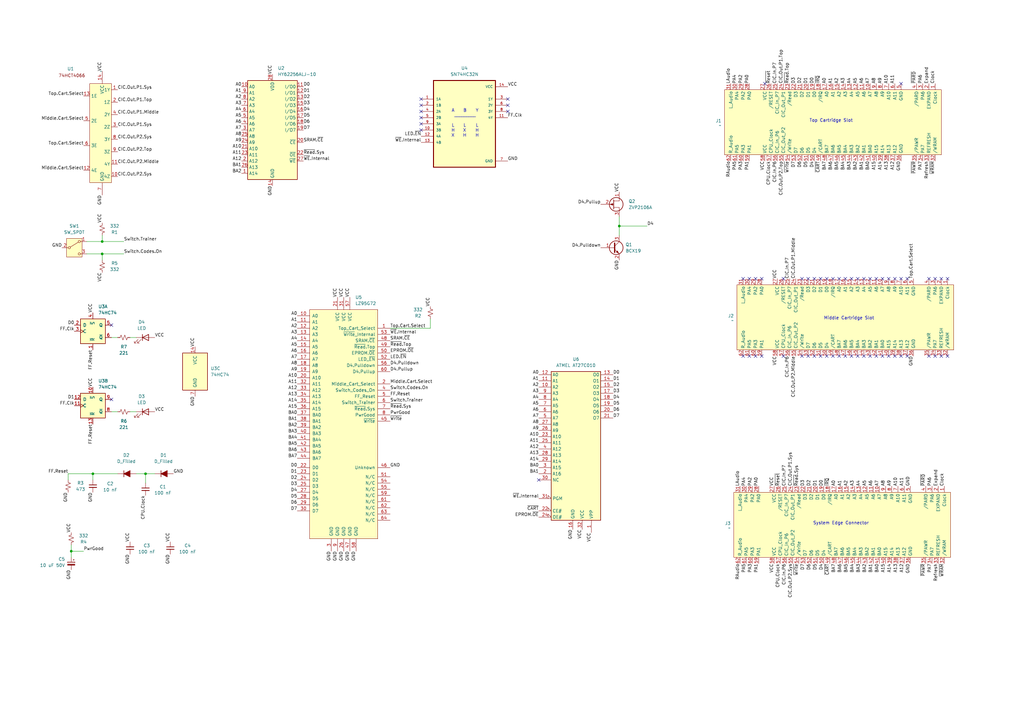
<source format=kicad_sch>
(kicad_sch (version 20231120) (generator "eeschema") (generator_version "8.0")
  (paper "A3")
  (lib_symbols
    (symbol "!REF1080:LZ95G72" (pin_names (offset 1.016))
      (property "Reference" "U7" (at 4.7341 41.91 0))
      (property "Value" "LZ95G72" (at 4.7341 39.37 0))
      (symbol "LZ95G72_0_1"
        (rectangle (start -13.97 36.83) (end 13.97 -57.15) (fill (type background)))
      )
      (symbol "LZ95G72_1_1"
        (pin output line (at 19.05 29.21 180) (length 5.08) (name "Top_Cart_Select") (number "1"))
        (pin input line (at -19.05 34.29 0) (length 5.08) (name "A0") (number "10"))
        (pin input line (at -19.05 31.75 0) (length 5.08) (name "A1") (number "11"))
        (pin input line (at -19.05 29.21 0) (length 5.08) (name "A2") (number "12"))
        (pin input line (at -19.05 26.67 0) (length 5.08) (name "A3") (number "13"))
        (pin input line (at -19.05 24.13 0) (length 5.08) (name "A4") (number "14"))
        (pin input line (at -19.05 21.59 0) (length 5.08) (name "A5") (number "15"))
        (pin input line (at -19.05 19.05 0) (length 5.08) (name "A6") (number "16"))
        (pin input line (at -19.05 16.51 0) (length 5.08) (name "A7") (number "17"))
        (pin input line (at -19.05 13.97 0) (length 5.08) (name "A8") (number "18"))
        (pin input line (at -19.05 11.43 0) (length 5.08) (name "A9") (number "19"))
        (pin input line (at 19.05 6.35 180) (length 5.08) (name "Middle_Cart_Select") (number "2"))
        (pin input line (at -19.05 8.89 0) (length 5.08) (name "A10") (number "20"))
        (pin power_in line (at -2.54 41.91 270) (length 5.08) (name "VCC") (number "21"))
        (pin bidirectional line (at -19.05 -27.94 0) (length 5.08) (name "D0") (number "22"))
        (pin bidirectional line (at -19.05 -30.48 0) (length 5.08) (name "D1") (number "23"))
        (pin bidirectional line (at -19.05 -33.02 0) (length 5.08) (name "D2") (number "24"))
        (pin bidirectional line (at -19.05 -35.56 0) (length 5.08) (name "D3") (number "25"))
        (pin power_in line (at 0 -62.23 90) (length 5.08) (name "GND") (number "26"))
        (pin bidirectional line (at -19.05 -38.1 0) (length 5.08) (name "D4") (number "27"))
        (pin bidirectional line (at -19.05 -40.64 0) (length 5.08) (name "D5") (number "28"))
        (pin bidirectional line (at -19.05 -43.18 0) (length 5.08) (name "D6") (number "29"))
        (pin power_in line (at -5.08 -62.23 90) (length 5.08) (name "GND") (number "3"))
        (pin bidirectional line (at -19.05 -45.72 0) (length 5.08) (name "D7") (number "30"))
        (pin power_in line (at 0 41.91 270) (length 5.08) (name "VCC") (number "31"))
        (pin input line (at -19.05 6.35 0) (length 5.08) (name "A11") (number "32"))
        (pin input line (at -19.05 3.81 0) (length 5.08) (name "A12") (number "33"))
        (pin input line (at -19.05 1.27 0) (length 5.08) (name "A13") (number "34"))
        (pin input line (at -19.05 -1.27 0) (length 5.08) (name "A14") (number "35"))
        (pin input line (at -19.05 -3.81 0) (length 5.08) (name "A15") (number "36"))
        (pin input line (at -19.05 -6.35 0) (length 5.08) (name "BA0") (number "37"))
        (pin input line (at -19.05 -8.89 0) (length 5.08) (name "BA1") (number "38"))
        (pin input line (at -19.05 -11.43 0) (length 5.08) (name "BA2") (number "39"))
        (pin input line (at 19.05 3.81 180) (length 5.08) (name "Switch_Codes_On") (number "4"))
        (pin input line (at -19.05 -13.97 0) (length 5.08) (name "BA3") (number "40"))
        (pin input line (at -19.05 -16.51 0) (length 5.08) (name "BA4") (number "41"))
        (pin input line (at -19.05 -19.05 0) (length 5.08) (name "BA5") (number "42"))
        (pin input line (at -19.05 -21.59 0) (length 5.08) (name "BA6") (number "43"))
        (pin input line (at -19.05 -24.13 0) (length 5.08) (name "BA7") (number "44"))
        (pin input line (at 19.05 -8.89 180) (length 5.08) (name "~{Write}") (number "45"))
        (pin passive line (at 19.05 -27.94 180) (length 5.08) (name "Unknown") (number "46"))
        (pin power_in line (at 2.54 -62.23 90) (length 5.08) (name "GND") (number "47"))
        (pin output line (at 19.05 24.13 180) (length 5.08) (name "SRAM.~{CE}") (number "48"))
        (pin output line (at 19.05 21.59 180) (length 5.08) (name "~{Read}.Top") (number "49"))
        (pin input line (at 19.05 1.27 180) (length 5.08) (name "FF_Reset") (number "5"))
        (pin output line (at 19.05 19.05 180) (length 5.08) (name "EPROM.~{OE}") (number "50"))
        (pin passive line (at 19.05 -31.75 180) (length 5.08) (name "N/C") (number "51"))
        (pin output line (at 19.05 16.51 180) (length 5.08) (name "LED_~{EN}") (number "52"))
        (pin output line (at 19.05 26.67 180) (length 5.08) (name "~{Write}_Internal") (number "53"))
        (pin passive line (at 19.05 -34.29 180) (length 5.08) (name "N/C") (number "54"))
        (pin passive line (at 19.05 -36.83 180) (length 5.08) (name "N/C") (number "55"))
        (pin output line (at 19.05 13.97 180) (length 5.08) (name "D4.Pulldown") (number "56"))
        (pin power_in line (at 2.54 41.91 270) (length 5.08) (name "VCC") (number "57"))
        (pin power_in line (at 5.08 -62.23 90) (length 5.08) (name "GND") (number "58"))
        (pin passive line (at 19.05 -39.37 180) (length 5.08) (name "N/C") (number "59"))
        (pin input line (at 19.05 -1.27 180) (length 5.08) (name "Switch_Trainer") (number "6"))
        (pin output line (at 19.05 11.43 180) (length 5.08) (name "D4.Pullup") (number "60"))
        (pin passive line (at 19.05 -41.91 180) (length 5.08) (name "N/C") (number "61"))
        (pin passive line (at 19.05 -44.45 180) (length 5.08) (name "N/C") (number "62"))
        (pin passive line (at 19.05 -46.99 180) (length 5.08) (name "N/C") (number "63"))
        (pin passive line (at 19.05 -49.53 180) (length 5.08) (name "N/C") (number "64"))
        (pin input line (at 19.05 -3.81 180) (length 5.08) (name "~{Read}.Sys") (number "7"))
        (pin input line (at 19.05 -6.35 180) (length 5.08) (name "PwrGood") (number "8"))
        (pin power_in line (at -2.54 -62.23 90) (length 5.08) (name "GND") (number "9"))
      )
    )
    (symbol "74xx:74HC74" (pin_names (offset 1.016))
      (property "Reference" "U" (at -7.62 8.89 0))
      (property "Value" "74HC74" (at -7.62 -8.89 0))
      (symbol "74HC74_1_0"
        (pin input line (at 0 -7.62 90) (length 2.54) (name "~{R}") (number "1"))
        (pin input line (at -7.62 2.54 0) (length 2.54) (name "D") (number "2"))
        (pin input clock (at -7.62 0 0) (length 2.54) (name "C") (number "3"))
        (pin input line (at 0 7.62 270) (length 2.54) (name "~{S}") (number "4"))
        (pin output line (at 7.62 2.54 180) (length 2.54) (name "Q") (number "5"))
        (pin output line (at 7.62 -2.54 180) (length 2.54) (name "~{Q}") (number "6"))
      )
      (symbol "74HC74_1_1"
        (rectangle (start -5.08 5.08) (end 5.08 -5.08) (stroke (width 0.254)) (fill (type background)))
      )
      (symbol "74HC74_2_0"
        (pin input line (at 0 7.62 270) (length 2.54) (name "~{S}") (number "10"))
        (pin input clock (at -7.62 0 0) (length 2.54) (name "C") (number "11"))
        (pin input line (at -7.62 2.54 0) (length 2.54) (name "D") (number "12"))
        (pin input line (at 0 -7.62 90) (length 2.54) (name "~{R}") (number "13"))
        (pin output line (at 7.62 -2.54 180) (length 2.54) (name "~{Q}") (number "8"))
        (pin output line (at 7.62 2.54 180) (length 2.54) (name "Q") (number "9"))
      )
      (symbol "74HC74_2_1"
        (rectangle (start -5.08 5.08) (end 5.08 -5.08) (stroke (width 0.254)) (fill (type background)))
      )
      (symbol "74HC74_3_0"
        (pin power_in line (at 0 10.16 270) (length 2.54) (name "VCC") (number "14"))
        (pin power_in line (at 0 -10.16 90) (length 2.54) (name "GND") (number "7"))
      )
      (symbol "74HC74_3_1"
        (rectangle (start -5.08 7.62) (end 5.08 -7.62) (stroke (width 0.254)) (fill (type background)))
      )
    )
    (symbol "Device:C_Polarized_Small" (pin_numbers hide) (pin_names (offset 0.254) hide)
      (property "Reference" "C" (at 0.254 1.778 0))
      (property "Value" "C_Polarized_Small" (at 0.254 -2.032 0))
      (symbol "C_Polarized_Small_0_1"
        (rectangle (start -1.524 -0.3048) (end 1.524 -0.6858) (fill (type outline)))
        (rectangle (start -1.524 0.6858) (end 1.524 0.3048))
        (polyline (pts (xy -1.27 1.524) (xy -0.762 1.524)))
        (polyline (pts (xy -1.016 1.27) (xy -1.016 1.778)))
      )
      (symbol "C_Polarized_Small_1_1"
        (pin passive line (at 0 2.54 270) (length 1.8542) (name "~") (number "1"))
        (pin passive line (at 0 -2.54 90) (length 1.8542) (name "~") (number "2"))
      )
    )
    (symbol "Device:C_Small" (pin_numbers hide) (pin_names (offset 0.254) hide)
      (property "Reference" "C" (at 0.254 1.778 0))
      (property "Value" "C_Small" (at 0.254 -2.032 0))
      (symbol "C_Small_0_1"
        (polyline (pts (xy -1.524 -0.508) (xy 1.524 -0.508)) (stroke (width 0.3302)))
        (polyline (pts (xy -1.524 0.508) (xy 1.524 0.508)) (stroke (width 0.3048)))
      )
      (symbol "C_Small_1_1"
        (pin passive line (at 0 2.54 270) (length 2.032) (name "~") (number "1"))
        (pin passive line (at 0 -2.54 90) (length 2.032) (name "~") (number "2"))
      )
    )
    (symbol "Device:D_Filled" (pin_numbers hide) (pin_names (offset 1.016) hide)
      (property "Reference" "D" (at 0 2.54 0))
      (property "Value" "D_Filled" (at 0 -2.54 0))
      (symbol "D_Filled_0_1"
        (polyline (pts (xy -1.27 1.27) (xy -1.27 -1.27)) (stroke (width 0.254)))
        (polyline (pts (xy 1.27 0) (xy -1.27 0)))
        (polyline (pts (xy 1.27 1.27) (xy 1.27 -1.27) (xy -1.27 0) (xy 1.27 1.27)) (stroke (width 0.254)) (fill (type outline)))
      )
      (symbol "D_Filled_1_1"
        (pin passive line (at -3.81 0 0) (length 2.54) (name "K") (number "1"))
        (pin passive line (at 3.81 0 180) (length 2.54) (name "A") (number "2"))
      )
    )
    (symbol "Device:LED" (pin_numbers hide) (pin_names (offset 1.016) hide)
      (property "Reference" "D" (at 0 2.54 0))
      (property "Value" "LED" (at 0 -2.54 0))
      (symbol "LED_0_1"
        (polyline (pts (xy -1.27 -1.27) (xy -1.27 1.27)) (stroke (width 0.254)))
        (polyline (pts (xy -1.27 0) (xy 1.27 0)))
        (polyline (pts (xy 1.27 -1.27) (xy 1.27 1.27) (xy -1.27 0) (xy 1.27 -1.27)) (stroke (width 0.254)))
        (polyline (pts (xy -3.048 -0.762) (xy -4.572 -2.286) (xy -3.81 -2.286) (xy -4.572 -2.286) (xy -4.572 -1.524)))
        (polyline (pts (xy -1.778 -0.762) (xy -3.302 -2.286) (xy -2.54 -2.286) (xy -3.302 -2.286) (xy -3.302 -1.524)))
      )
      (symbol "LED_1_1"
        (pin passive line (at -3.81 0 0) (length 2.54) (name "K") (number "1"))
        (pin passive line (at 3.81 0 180) (length 2.54) (name "A") (number "2"))
      )
    )
    (symbol "Device:Q_NPN_BEC" (pin_names (offset 0) hide)
      (property "Reference" "Q" (at 5.08 1.27 0))
      (property "Value" "Q_NPN_BEC" (at 5.08 -1.27 0))
      (symbol "Q_NPN_BEC_0_1"
        (polyline (pts (xy 0.635 0.635) (xy 2.54 2.54)))
        (polyline (pts (xy 0.635 -0.635) (xy 2.54 -2.54) (xy 2.54 -2.54)))
        (polyline (pts (xy 0.635 1.905) (xy 0.635 -1.905) (xy 0.635 -1.905)) (stroke (width 0.508)))
        (polyline (pts (xy 1.27 -1.778) (xy 1.778 -1.27) (xy 2.286 -2.286) (xy 1.27 -1.778) (xy 1.27 -1.778)) (fill (type outline)))
        (circle (center 1.27 0) (radius 2.8194) (stroke (width 0.254)))
      )
      (symbol "Q_NPN_BEC_1_1"
        (pin input line (at -5.08 0 0) (length 5.715) (name "B") (number "1"))
        (pin passive line (at 2.54 -5.08 90) (length 2.54) (name "E") (number "2"))
        (pin passive line (at 2.54 5.08 270) (length 2.54) (name "C") (number "3"))
      )
    )
    (symbol "Device:Q_PJFET_DGS" (pin_names (offset 0) hide)
      (property "Reference" "Q" (at 5.08 1.27 0))
      (property "Value" "Q_PJFET_DGS" (at 5.08 -1.27 0))
      (symbol "Q_PJFET_DGS_0_1"
        (polyline (pts (xy 0.254 1.905) (xy 0.254 -1.905) (xy 0.254 -1.905)) (stroke (width 0.254)))
        (polyline (pts (xy 2.54 -2.54) (xy 2.54 -1.27) (xy 0.254 -1.27)))
        (polyline (pts (xy 2.54 2.54) (xy 2.54 1.397) (xy 0.254 1.397)))
        (polyline (pts (xy -1.143 0) (xy -0.127 0.381) (xy -0.127 -0.381) (xy -1.143 0)) (fill (type outline)))
        (circle (center 1.27 0) (radius 2.8194) (stroke (width 0.254)))
      )
      (symbol "Q_PJFET_DGS_1_1"
        (pin passive line (at 2.54 5.08 270) (length 2.54) (name "D") (number "1"))
        (pin input line (at -5.08 0 0) (length 5.334) (name "G") (number "2"))
        (pin passive line (at 2.54 -5.08 90) (length 2.54) (name "S") (number "3"))
      )
    )
    (symbol "Device:R_Small_US" (pin_numbers hide) (pin_names (offset 0.254) hide)
      (property "Reference" "R" (at 0.762 0.508 0))
      (property "Value" "R_Small_US" (at 0.762 -1.016 0))
      (symbol "R_Small_US_1_1"
        (polyline (pts (xy 0 0) (xy 1.016 -0.381) (xy 0 -0.762) (xy -1.016 -1.143) (xy 0 -1.524)))
        (polyline (pts (xy 0 1.524) (xy 1.016 1.143) (xy 0 0.762) (xy -1.016 0.381) (xy 0 0)))
        (pin passive line (at 0 2.54 270) (length 1.016) (name "~") (number "1"))
        (pin passive line (at 0 -2.54 90) (length 1.016) (name "~") (number "2"))
      )
    )
    (symbol "GameBooster:SN74HC32N" (pin_names (offset 1.016))
      (property "Reference" "U" (at -12.7 18.78 0))
      (property "Value" "SN74HC32N" (at -12.7 -21.78 0))
      (symbol "SN74HC32N_0_0"
        (rectangle (start -12.7 -17.78) (end 12.7 17.78) (stroke (width 0.41)) (fill (type background)))
        (pin input line (at -17.78 10.16 0) (length 5.08) (name "1A") (number "1"))
        (pin input line (at -17.78 -2.54 0) (length 5.08) (name "3B") (number "10"))
        (pin output line (at 17.78 2.54 180) (length 5.08) (name "4Y") (number "11"))
        (pin input line (at -17.78 -5.08 0) (length 5.08) (name "4A") (number "12"))
        (pin input line (at -17.78 -7.62 0) (length 5.08) (name "4B") (number "13"))
        (pin power_in line (at 17.78 15.24 180) (length 5.08) (name "VCC") (number "14"))
        (pin input line (at -17.78 7.62 0) (length 5.08) (name "1B") (number "2"))
        (pin output line (at 17.78 10.16 180) (length 5.08) (name "1Y") (number "3"))
        (pin input line (at -17.78 5.08 0) (length 5.08) (name "2A") (number "4"))
        (pin input line (at -17.78 2.54 0) (length 5.08) (name "2B") (number "5"))
        (pin output line (at 17.78 7.62 180) (length 5.08) (name "2Y") (number "6"))
        (pin power_in line (at 17.78 -15.24 180) (length 5.08) (name "GND") (number "7"))
        (pin output line (at 17.78 5.08 180) (length 5.08) (name "3Y") (number "8"))
        (pin input line (at -17.78 0 0) (length 5.08) (name "3A") (number "9"))
      )
    )
    (symbol "SNES:74HCT4066T"
      (property "Reference" "U1" (at -12.446 28.702 0))
      (property "Value" "~" (at -12.446 26.162 0))
      (symbol "74HCT4066T_1_1"
        (rectangle (start -5.08 20.32) (end 3.81 -20.32) (fill (type background)))
        (text "74HCT4066" (at -12.446 23.622 0) (effects (font (size 1.27 1.27))))
        (pin input line (at 6.35 17.78 180) (length 2.54) (name "1Y") (number "1"))
        (pin input line (at 6.35 -17.78 180) (length 2.54) (name "4Z") (number "10"))
        (pin input line (at 6.35 -12.7 180) (length 2.54) (name "4Y") (number "11"))
        (pin input line (at -7.62 -15.24 0) (length 2.54) (name "4E") (number "12"))
        (pin input line (at -7.62 15.24 0) (length 2.54) (name "1E") (number "13"))
        (pin input line (at 0 25.4 270) (length 5.08) (name "VCC") (number "14"))
        (pin input line (at 6.35 12.7 180) (length 2.54) (name "1Z") (number "2"))
        (pin input line (at 6.35 2.54 180) (length 2.54) (name "2Z") (number "3"))
        (pin input line (at 6.35 7.62 180) (length 2.54) (name "2Y") (number "4"))
        (pin input line (at -7.62 5.08 0) (length 2.54) (name "2E") (number "5"))
        (pin input line (at -7.62 -5.08 0) (length 2.54) (name "3E") (number "6"))
        (pin input line (at 0 -25.4 90) (length 5.08) (name "GND") (number "7"))
        (pin input line (at 6.35 -2.54 180) (length 2.54) (name "3Y") (number "8"))
        (pin input line (at 6.35 -7.62 180) (length 2.54) (name "3Z") (number "9"))
      )
    )
    (symbol "SNES:HY62256ALJ"
      (property "Reference" "U3" (at 2.1941 25.4 0))
      (property "Value" "HY62256ALJ-10" (at 2.1941 22.86 0))
      (symbol "HY62256ALJ_0_0"
        (pin power_in line (at 0 -22.86 90) (length 2.54) (name "GND") (number "14"))
      )
      (symbol "HY62256ALJ_0_1"
        (rectangle (start -10.16 20.32) (end 10.16 -20.32) (stroke (width 0.254)) (fill (type background)))
      )
      (symbol "HY62256ALJ_1_0"
        (pin power_in line (at 0 22.86 270) (length 2.54) (name "VDD") (number "28"))
      )
      (symbol "HY62256ALJ_1_1"
        (pin input line (at -12.7 -17.78 0) (length 2.54) (name "A14") (number "1"))
        (pin input line (at -12.7 17.78 0) (length 2.54) (name "A0") (number "10"))
        (pin tri_state line (at 12.7 17.78 180) (length 2.54) (name "I/O0") (number "11"))
        (pin tri_state line (at 12.7 15.24 180) (length 2.54) (name "I/O1") (number "12"))
        (pin tri_state line (at 12.7 12.7 180) (length 2.54) (name "I/O2") (number "13"))
        (pin tri_state line (at 12.7 10.16 180) (length 2.54) (name "I/O3") (number "15"))
        (pin tri_state line (at 12.7 7.62 180) (length 2.54) (name "I/O4") (number "16"))
        (pin tri_state line (at 12.7 5.08 180) (length 2.54) (name "I/O5") (number "17"))
        (pin tri_state line (at 12.7 2.54 180) (length 2.54) (name "I/O6") (number "18"))
        (pin tri_state line (at 12.7 0 180) (length 2.54) (name "I/O7") (number "19"))
        (pin input line (at -12.7 -12.7 0) (length 2.54) (name "A12") (number "2"))
        (pin input line (at 12.7 -5.08 180) (length 2.54) (name "~{CE}") (number "20"))
        (pin input line (at -12.7 -7.62 0) (length 2.54) (name "A10") (number "21"))
        (pin input line (at 12.7 -10.16 180) (length 2.54) (name "~{OE}") (number "22"))
        (pin input line (at -12.7 -10.16 0) (length 2.54) (name "A11") (number "23"))
        (pin input line (at -12.7 -5.08 0) (length 2.54) (name "A9") (number "24"))
        (pin input line (at -12.7 -2.54 0) (length 2.54) (name "A8") (number "25"))
        (pin input line (at -12.7 -15.24 0) (length 2.54) (name "A13") (number "26"))
        (pin input line (at 12.7 -12.7 180) (length 2.54) (name "~{WE}") (number "27"))
        (pin input line (at -12.7 0 0) (length 2.54) (name "A7") (number "3"))
        (pin input line (at -12.7 2.54 0) (length 2.54) (name "A6") (number "4"))
        (pin input line (at -12.7 5.08 0) (length 2.54) (name "A5") (number "5"))
        (pin input line (at -12.7 7.62 0) (length 2.54) (name "A4") (number "6"))
        (pin input line (at -12.7 10.16 0) (length 2.54) (name "A3") (number "7"))
        (pin input line (at -12.7 12.7 0) (length 2.54) (name "A2") (number "8"))
        (pin input line (at -12.7 15.24 0) (length 2.54) (name "A1") (number "9"))
      )
    )
    (symbol "SNES:SNES_Connector"
      (property "Reference" "J1" (at 0.635 45.72 0))
      (property "Value" "~" (at 0 0 0))
      (symbol "SNES_Connector_1_1"
        (rectangle (start -12.7 44.45) (end 13.97 -44.45) (fill (type background)))
        (pin input line (at -15.24 41.91 0) (length 2.54) (name "Clock") (number "1"))
        (pin input line (at -15.24 15.24 0) (length 2.54) (name "A7") (number "10"))
        (pin input line (at -15.24 12.7 0) (length 2.54) (name "A6") (number "11"))
        (pin input line (at -15.24 10.16 0) (length 2.54) (name "A5") (number "12"))
        (pin input line (at -15.24 7.62 0) (length 2.54) (name "A4") (number "13"))
        (pin input line (at -15.24 5.08 0) (length 2.54) (name "A3") (number "14"))
        (pin input line (at -15.24 2.54 0) (length 2.54) (name "A2") (number "15"))
        (pin input line (at -15.24 0 0) (length 2.54) (name "A1") (number "16"))
        (pin input line (at -15.24 -2.54 0) (length 2.54) (name "A0") (number "17"))
        (pin input line (at -15.24 -5.08 0) (length 2.54) (name "/IRQ") (number "18"))
        (pin input line (at -15.24 -7.62 0) (length 2.54) (name "D0") (number "19"))
        (pin input line (at -15.24 39.37 0) (length 2.54) (name "EXPAND") (number "2"))
        (pin input line (at -15.24 -10.16 0) (length 2.54) (name "D1") (number "20"))
        (pin input line (at -15.24 -12.7 0) (length 2.54) (name "D2") (number "21"))
        (pin input line (at -15.24 -15.24 0) (length 2.54) (name "D3") (number "22"))
        (pin input line (at -15.24 -17.78 0) (length 2.54) (name "/Read") (number "23"))
        (pin input line (at -15.24 -20.32 0) (length 2.54) (name "CIC_Out_P1") (number "24"))
        (pin input line (at -15.24 -22.86 0) (length 2.54) (name "CIC_In_P7") (number "25"))
        (pin input line (at -15.24 -25.4 0) (length 2.54) (name "/RESET") (number "26"))
        (pin power_in line (at -15.24 -27.94 0) (length 2.54) (name "VCC") (number "27"))
        (pin input line (at -15.24 -34.29 0) (length 2.54) (name "PA0") (number "28"))
        (pin input line (at -15.24 -36.83 0) (length 2.54) (name "PA2") (number "29"))
        (pin input line (at -15.24 36.83 0) (length 2.54) (name "PA6") (number "3"))
        (pin input line (at -15.24 -39.37 0) (length 2.54) (name "PA4") (number "30"))
        (pin input line (at -15.24 -41.91 0) (length 2.54) (name "L_Audio") (number "31"))
        (pin input line (at 16.51 41.91 180) (length 2.54) (name "/WRAM") (number "32"))
        (pin input line (at 16.51 39.37 180) (length 2.54) (name "REFRESH") (number "33"))
        (pin input line (at 16.51 36.83 180) (length 2.54) (name "PA7") (number "34"))
        (pin input line (at 16.51 34.29 180) (length 2.54) (name "/PAWR") (number "35"))
        (pin power_in line (at 16.51 27.94 180) (length 2.54) (name "GND") (number "36"))
        (pin input line (at 16.51 25.4 180) (length 2.54) (name "A12") (number "37"))
        (pin input line (at 16.51 22.86 180) (length 2.54) (name "A13") (number "38"))
        (pin input line (at 16.51 20.32 180) (length 2.54) (name "A14") (number "39"))
        (pin input line (at -15.24 34.29 0) (length 2.54) (name "/PARD") (number "4"))
        (pin input line (at 16.51 17.78 180) (length 2.54) (name "A15") (number "40"))
        (pin input line (at 16.51 15.24 180) (length 2.54) (name "BA0") (number "41"))
        (pin input line (at 16.51 12.7 180) (length 2.54) (name "BA1") (number "42"))
        (pin input line (at 16.51 10.16 180) (length 2.54) (name "BA2") (number "43"))
        (pin input line (at 16.51 7.62 180) (length 2.54) (name "BA3") (number "44"))
        (pin input line (at 16.51 5.08 180) (length 2.54) (name "BA4") (number "45"))
        (pin input line (at 16.51 2.54 180) (length 2.54) (name "BA5") (number "46"))
        (pin input line (at 16.51 0 180) (length 2.54) (name "BA6") (number "47"))
        (pin input line (at 16.51 -2.54 180) (length 2.54) (name "BA7") (number "48"))
        (pin input line (at 16.51 -5.08 180) (length 2.54) (name "/CART") (number "49"))
        (pin power_in line (at -15.24 27.94 0) (length 2.54) (name "GND") (number "5"))
        (pin input line (at 16.51 -7.62 180) (length 2.54) (name "D4") (number "50"))
        (pin input line (at 16.51 -10.16 180) (length 2.54) (name "D5") (number "51"))
        (pin input line (at 16.51 -12.7 180) (length 2.54) (name "D6") (number "52"))
        (pin input line (at 16.51 -15.24 180) (length 2.54) (name "D7") (number "53"))
        (pin input line (at 16.51 -17.78 180) (length 2.54) (name "/Write") (number "54"))
        (pin input line (at 16.51 -20.32 180) (length 2.54) (name "CIC_Out_P2") (number "55"))
        (pin input line (at 16.51 -22.86 180) (length 2.54) (name "CIC_In_P6") (number "56"))
        (pin input line (at 16.51 -25.4 180) (length 2.54) (name "CPU_Clock") (number "57"))
        (pin power_in line (at 16.51 -27.94 180) (length 2.54) (name "VCC") (number "58"))
        (pin input line (at 16.51 -34.29 180) (length 2.54) (name "PA1") (number "59"))
        (pin input line (at -15.24 25.4 0) (length 2.54) (name "A11") (number "6"))
        (pin input line (at 16.51 -36.83 180) (length 2.54) (name "PA3") (number "60"))
        (pin input line (at 16.51 -39.37 180) (length 2.54) (name "PA5") (number "61"))
        (pin input line (at 16.51 -41.91 180) (length 2.54) (name "R_Audio") (number "62"))
        (pin input line (at -15.24 22.86 0) (length 2.54) (name "A10") (number "7"))
        (pin input line (at -15.24 20.32 0) (length 2.54) (name "A9") (number "8"))
        (pin input line (at -15.24 17.78 0) (length 2.54) (name "A8") (number "9"))
      )
    )
    (symbol "SNES:SW_SPDT" (pin_names (offset 0) hide)
      (property "Reference" "SW1" (at 0 8.89 0))
      (property "Value" "SW_SPDT" (at 0 6.35 0))
      (symbol "SW_SPDT_0_1"
        (circle (center -2.032 0) (radius 0.4572))
        (polyline (pts (xy -1.651 0.254) (xy 1.651 2.286)))
        (circle (center 2.032 -2.54) (radius 0.4572))
        (circle (center 2.032 2.54) (radius 0.4572))
      )
      (symbol "SW_SPDT_1_1"
        (rectangle (start -3.175 3.81) (end 3.175 -3.81) (fill (type background)))
        (pin passive line (at 5.08 2.54 180) (length 2.54) (name "A") (number "1"))
        (pin passive line (at -5.08 0 0) (length 2.54) (name "B") (number "2"))
        (pin passive line (at 5.08 -2.54 180) (length 2.54) (name "C") (number "3"))
      )
    )
    (symbol "SST28LF040_1"
      (property "Reference" "U?" (at 0 36.83 0))
      (property "Value" "ATMEL AT27C010" (at 0 34.29 0))
      (symbol "SST28LF040_1_0_1"
        (rectangle (start -10.16 31.75) (end 10.16 -29.21) (stroke (width 0.254)) (fill (type background)))
      )
      (symbol "SST28LF040_1_1_1"
        (pin power_in line (at 6.35 -34.29 90) (length 5.08) (name "VPP") (number "1"))
        (pin input line (at -15.24 25.4 0) (length 5.08) (name "A2") (number "10"))
        (pin input line (at -15.24 27.94 0) (length 5.08) (name "A1") (number "11"))
        (pin input line (at -15.24 30.48 0) (length 5.08) (name "A0") (number "12"))
        (pin tri_state line (at 15.24 30.48 180) (length 5.08) (name "O0") (number "13"))
        (pin tri_state line (at 15.24 27.94 180) (length 5.08) (name "O1") (number "14"))
        (pin tri_state line (at 15.24 25.4 180) (length 5.08) (name "O2") (number "15"))
        (pin power_in line (at -1.27 -33.02 90) (length 3.81) (name "GND") (number "16"))
        (pin tri_state line (at 15.24 22.86 180) (length 5.08) (name "O3") (number "17"))
        (pin tri_state line (at 15.24 20.32 180) (length 5.08) (name "O4") (number "18"))
        (pin tri_state line (at 15.24 17.78 180) (length 5.08) (name "O5") (number "19"))
        (pin input line (at -15.24 -10.16 0) (length 5.08) (name "A16") (number "2"))
        (pin tri_state line (at 15.24 15.24 180) (length 5.08) (name "O6") (number "20"))
        (pin tri_state line (at 15.24 12.7 180) (length 5.08) (name "O7") (number "21"))
        (pin input input_low (at -15.24 -25.4 0) (length 5.08) (name "CE#") (number "22"))
        (pin input line (at -15.24 5.08 0) (length 5.08) (name "A10") (number "23"))
        (pin input input_low (at -15.24 -27.94 0) (length 5.08) (name "OE#") (number "24"))
        (pin input line (at -15.24 2.54 0) (length 5.08) (name "A11") (number "25"))
        (pin input line (at -15.24 7.62 0) (length 5.08) (name "A9") (number "26"))
        (pin input line (at -15.24 10.16 0) (length 5.08) (name "A8") (number "27"))
        (pin input line (at -15.24 -2.54 0) (length 5.08) (name "A13") (number "28"))
        (pin input line (at -15.24 -5.08 0) (length 5.08) (name "A14") (number "29"))
        (pin input line (at -15.24 -7.62 0) (length 5.08) (name "A15") (number "3"))
        (pin input line (at -15.24 -12.7 0) (length 5.08) (name "NC") (number "30"))
        (pin input input_low (at -15.24 -20.32 0) (length 5.08) (name "PGM") (number "31"))
        (pin power_in line (at 2.54 -33.02 90) (length 3.81) (name "VCC") (number "32"))
        (pin input line (at -15.24 0 0) (length 5.08) (name "A12") (number "4"))
        (pin input line (at -15.24 12.7 0) (length 5.08) (name "A7") (number "5"))
        (pin input line (at -15.24 15.24 0) (length 5.08) (name "A6") (number "6"))
        (pin input line (at -15.24 17.78 0) (length 5.08) (name "A5") (number "7"))
        (pin input line (at -15.24 20.32 0) (length 5.08) (name "A4") (number "8"))
        (pin input line (at -15.24 22.86 0) (length 5.08) (name "A3") (number "9"))
      )
    )
  )
  (junction (at 59.69 194.31))
  (junction (at 254 92.71))
  (junction (at 41.91 99.06))
  (junction (at 38.1 194.31))
  (junction (at 29.21 226.06))
  (junction (at 41.91 104.14))
  (no_connect (at 388.62 114.3))
  (no_connect (at 361.95 146.05))
  (no_connect (at 172.72 40.64))
  (no_connect (at 208.28 40.64))
  (no_connect (at 354.33 114.3))
  (no_connect (at 45.72 133.35))
  (no_connect (at 361.95 114.3))
  (no_connect (at 346.71 114.3))
  (no_connect (at 351.79 114.3))
  (no_connect (at 341.63 114.3))
  (no_connect (at 356.87 146.05))
  (no_connect (at 309.88 114.3))
  (no_connect (at 359.41 114.3))
  (no_connect (at 172.72 48.26))
  (no_connect (at 381 114.3))
  (no_connect (at 351.79 146.05))
  (no_connect (at 346.71 146.05))
  (no_connect (at 369.57 34.29))
  (no_connect (at 331.47 114.3))
  (no_connect (at 208.28 45.72))
  (no_connect (at 172.72 53.34))
  (no_connect (at 321.31 146.05))
  (no_connect (at 328.93 114.3))
  (no_connect (at 349.25 114.3))
  (no_connect (at 208.28 43.18))
  (no_connect (at 336.55 114.3))
  (no_connect (at 354.33 146.05))
  (no_connect (at 341.63 146.05))
  (no_connect (at 349.25 146.05))
  (no_connect (at 386.08 114.3))
  (no_connect (at 172.72 45.72))
  (no_connect (at 344.17 146.05))
  (no_connect (at 383.54 114.3))
  (no_connect (at 367.03 114.3))
  (no_connect (at 372.11 146.05))
  (no_connect (at 386.08 146.05))
  (no_connect (at 312.42 146.05))
  (no_connect (at 172.72 43.18))
  (no_connect (at 334.01 146.05))
  (no_connect (at 356.87 114.3))
  (no_connect (at 339.09 146.05))
  (no_connect (at 344.17 114.3))
  (no_connect (at 359.41 146.05))
  (no_connect (at 364.49 114.3))
  (no_connect (at 172.72 50.8))
  (no_connect (at 220.98 196.85))
  (no_connect (at 313.69 34.29))
  (no_connect (at 339.09 114.3))
  (no_connect (at 331.47 146.05))
  (no_connect (at 307.34 114.3))
  (no_connect (at 367.03 146.05))
  (no_connect (at 372.11 114.3))
  (no_connect (at 388.62 146.05))
  (no_connect (at 321.31 114.3))
  (no_connect (at 334.01 114.3))
  (no_connect (at 381 146.05))
  (no_connect (at 369.57 146.05))
  (no_connect (at 45.72 163.83))
  (no_connect (at 383.54 146.05))
  (no_connect (at 309.88 146.05))
  (no_connect (at 364.49 146.05))
  (no_connect (at 369.57 114.3))
  (no_connect (at 328.93 146.05))
  (no_connect (at 336.55 146.05))
  (no_connect (at 307.34 146.05))
  (no_connect (at 304.8 114.3))
  (no_connect (at 312.42 114.3))
  (no_connect (at 304.8 146.05))
  (wire (pts (xy 53.34 138.43) (xy 55.88 138.43)))
  (wire (pts (xy 55.88 194.31) (xy 59.69 194.31)))
  (wire (pts (xy 254 92.71) (xy 254 96.52)))
  (wire (pts (xy 45.72 138.43) (xy 48.26 138.43)))
  (wire (pts (xy 38.1 194.31) (xy 48.26 194.31)))
  (wire (pts (xy 59.69 194.31) (xy 59.69 198.12)))
  (wire (pts (xy 34.29 226.06) (xy 29.21 226.06)))
  (wire (pts (xy 41.91 96.52) (xy 41.91 99.06)))
  (wire (pts (xy 41.91 99.06) (xy 50.8 99.06)))
  (wire (pts (xy 27.94 194.31) (xy 38.1 194.31)))
  (wire (pts (xy 27.94 196.85) (xy 27.94 194.31)))
  (wire (pts (xy 35.56 99.06) (xy 41.91 99.06)))
  (wire (pts (xy 265.43 92.71) (xy 254 92.71)))
  (wire (pts (xy 29.21 226.06) (xy 29.21 228.6)))
  (wire (pts (xy 176.53 130.81) (xy 176.53 134.62)))
  (wire (pts (xy 59.69 194.31) (xy 63.5 194.31)))
  (wire (pts (xy 45.72 168.91) (xy 48.26 168.91)))
  (wire (pts (xy 53.34 168.91) (xy 55.88 168.91)))
  (wire (pts (xy 38.1 196.85) (xy 38.1 194.31)))
  (wire (pts (xy 176.53 134.62) (xy 160.02 134.62)))
  (wire (pts (xy 41.91 104.14) (xy 50.8 104.14)))
  (wire (pts (xy 35.56 104.14) (xy 41.91 104.14)))
  (wire (pts (xy 29.21 226.06) (xy 29.21 223.52)))
  (wire (pts (xy 254 88.9) (xy 254 92.71)))
  (wire (pts (xy 41.91 104.14) (xy 41.91 106.68)))
  (text "Top Cartridge Slot" (at 340.868 49.53 0) (effects (font (size 1.27 1.27))))
  (text "System Edge Connector" (at 344.932 214.63 0) (effects (font (size 1.27 1.27))))
  (text "Middle Cartridge Slot" (at 348.234 130.556 0) (effects (font (size 1.27 1.27))))
  (text "A	B	Y\n_________\n\nL	L	L\nH	X	H\nX	H	H" (at 190.754 50.546 0) (effects (font (size 1.27 1.27))))
  (label "GND" (at 140.97 226.06 270))
  (label "VCC" (at 38.1 128.27 90))
  (label "A14" (at 121.92 165.1 180))
  (label "A8" (at 359.41 34.29 90))
  (label "BA5" (at 344.17 66.04 270))
  (label "CIC.In.P6" (at 323.85 146.05 270))
  (label "VCC" (at 138.43 121.92 90))
  (label "GND" (at 69.85 227.33 270))
  (label "D0" (at 121.92 191.77 180))
  (label "~{WE}.Internal" (at 160.02 137.16 0))
  (label "A9" (at 361.95 34.29 90))
  (label "CIC.In.P7" (at 323.85 114.3 90))
  (label "BA6" (at 345.44 231.14 270))
  (label "GND" (at 38.1 201.93 270))
  (label "D6" (at 251.46 168.91 0))
  (label "A3" (at 121.92 137.16 180))
  (label "PA1" (at 307.34 66.04 270))
  (label "D7" (at 330.2 231.14 270))
  (label "D4.Pulldown" (at 246.38 101.6 180))
  (label "PwrGood" (at 160.02 170.18 0))
  (label "A7" (at 356.87 34.29 90))
  (label "~{Reset}" (at 320.04 199.39 90))
  (label "PA6" (at 378.46 34.29 90))
  (label "~{WE}.Internal" (at 220.98 204.47 180))
  (label "PA5" (at 306.07 231.14 270))
  (label "PA2" (at 308.61 199.39 90))
  (label "A12" (at 220.98 184.15 180))
  (label "D2" (at 328.93 34.29 90))
  (label "~{WRAM}" (at 387.35 231.14 270))
  (label "~{IRQ}" (at 336.55 34.29 90))
  (label "GND" (at 254 106.68 270))
  (label "VCC" (at 38.1 158.75 90))
  (label "D3" (at 330.2 199.39 90))
  (label "Switch.Trainer" (at 50.8 99.06 0))
  (label "CIC.In.P7" (at 318.77 34.29 90))
  (label "BA0" (at 220.98 191.77 180))
  (label "D5" (at 124.46 48.26 0))
  (label "D6" (at 121.92 207.01 180))
  (label "D3" (at 326.39 34.29 90))
  (label "A14" (at 365.76 231.14 270))
  (label "D7" (at 326.39 66.04 270))
  (label "D1" (at 251.46 156.21 0))
  (label "PA4" (at 302.26 34.29 90))
  (label "A10" (at 99.06 60.96 180))
  (label "GND" (at 146.05 226.06 270))
  (label "LAudio" (at 303.53 199.39 90))
  (label "A13" (at 121.92 162.56 180))
  (label "A2" (at 347.98 199.39 90))
  (label "D0" (at 337.82 199.39 90))
  (label "A6" (at 220.98 168.91 180))
  (label "A9" (at 99.06 58.42 180))
  (label "BA6" (at 121.92 185.42 180))
  (label "D7" (at 121.92 209.55 180))
  (label "~{Read}.Top" (at 160.02 142.24 0))
  (label "~{Reset}" (at 316.23 34.29 90))
  (label "Expand" (at 384.81 199.39 90))
  (label "BA3" (at 349.25 66.04 270))
  (label "A6" (at 358.14 199.39 90))
  (label "Expand" (at 381 34.29 90))
  (label "CIC.Out.P2.Top" (at 48.26 62.23 0))
  (label "FF.Clk" (at 208.28 48.26 0))
  (label "A6" (at 99.06 50.8 180))
  (label "CIC.Out.P1.Sys" (at 48.26 36.83 0))
  (label "VCC" (at 41.91 91.44 90))
  (label "A12" (at 99.06 66.04 180))
  (label "A5" (at 351.79 34.29 90))
  (label "A15" (at 359.41 66.04 270))
  (label "~{WE}.Internal" (at 124.46 66.04 0))
  (label "GND" (at 138.43 226.06 270))
  (label "A8" (at 363.22 199.39 90))
  (label "A2" (at 220.98 158.75 180))
  (label "A11" (at 367.03 34.29 90))
  (label "Clock" (at 383.54 34.29 90))
  (label "BA3" (at 121.92 177.8 180))
  (label "D6" (at 124.46 50.8 0))
  (label "VCC" (at 242.57 218.44 270))
  (label "PA3" (at 308.61 231.14 270))
  (label "VCC" (at 29.21 218.44 90))
  (label "EPROM.~{OE}" (at 160.02 144.78 0))
  (label "CPU.Clock" (at 59.69 203.2 270))
  (label "RAudio" (at 299.72 66.04 270))
  (label "GND" (at 369.57 66.04 270))
  (label "VCC" (at 238.76 217.17 270))
  (label "~{PAWR}" (at 375.92 66.04 270))
  (label "BA0" (at 121.92 170.18 180))
  (label "A7" (at 121.92 147.32 180))
  (label "A7" (at 99.06 53.34 180))
  (label "A12" (at 367.03 66.04 270))
  (label "D0" (at 251.46 153.67 0))
  (label "BA3" (at 353.06 231.14 270))
  (label "GND" (at 143.51 226.06 270))
  (label "VCC" (at 140.97 121.92 90))
  (label "D2" (at 251.46 158.75 0))
  (label "D4" (at 124.46 45.72 0))
  (label "A11" (at 121.92 157.48 180))
  (label "CIC.Out.P1.Sys" (at 48.26 52.07 0))
  (label "A12" (at 370.84 231.14 270))
  (label "Refresh" (at 381 66.04 270))
  (label "BA4" (at 121.92 180.34 180))
  (label "~{Read}.Sys" (at 160.02 167.64 0))
  (label "A3" (at 350.52 199.39 90))
  (label "~{Write}" (at 327.66 231.14 270))
  (label "D4" (at 334.01 66.04 270))
  (label "A6" (at 121.92 144.78 180))
  (label "BA5" (at 347.98 231.14 270))
  (label "CIC.In.P6" (at 322.58 231.14 270))
  (label "~{CART}" (at 336.55 66.04 270))
  (label "~{Read}.Sys" (at 124.46 63.5 0))
  (label "BA4" (at 346.71 66.04 270))
  (label "VCC" (at 63.5 168.91 0))
  (label "CIC.Out.P2.Middle" (at 326.39 146.05 270))
  (label "FF.Reset" (at 38.1 173.99 270))
  (label "D2" (at 332.74 199.39 90))
  (label "VCC" (at 63.5 138.43 0))
  (label "VCC" (at 317.5 231.14 270))
  (label "BA6" (at 341.63 66.04 270))
  (label "A13" (at 364.49 66.04 270))
  (label "FF.Reset" (at 38.1 143.51 270))
  (label "D4.Pulldown" (at 160.02 149.86 0))
  (label "~{PARD}" (at 379.73 199.39 90))
  (label "BA1" (at 99.06 68.58 180))
  (label "A1" (at 121.92 132.08 180))
  (label "Top.Cart.Select" (at 34.29 59.69 180))
  (label "D2" (at 124.46 40.64 0))
  (label "A8" (at 220.98 173.99 180))
  (label "A3" (at 99.06 43.18 180))
  (label "GND" (at 27.94 201.93 270))
  (label "D6" (at 328.93 66.04 270))
  (label "Refresh" (at 384.81 231.14 270))
  (label "A4" (at 220.98 163.83 180))
  (label "GND" (at 160.02 191.77 0))
  (label "VCC" (at 41.91 111.76 270))
  (label "GND" (at 135.89 226.06 270))
  (label "FF.Clk" (at 30.48 166.37 180))
  (label "BA2" (at 121.92 175.26 180))
  (label "A9" (at 220.98 176.53 180))
  (label "PwrGood" (at 34.29 226.06 0))
  (label "A0" (at 342.9 199.39 90))
  (label "Switch.Trainer" (at 160.02 165.1 0))
  (label "A12" (at 121.92 160.02 180))
  (label "D6" (at 332.74 231.14 270))
  (label "~{PARD}" (at 375.92 34.29 90))
  (label "D1" (at 331.47 34.29 90))
  (label "BA1" (at 358.14 231.14 270))
  (label "BA7" (at 342.9 231.14 270))
  (label "A5" (at 220.98 166.37 180))
  (label "~{Read}.Top" (at 323.85 34.29 90))
  (label "GND" (at 71.12 194.31 0))
  (label "D7" (at 124.46 53.34 0))
  (label "GND" (at 80.01 162.56 270))
  (label "A11" (at 220.98 181.61 180))
  (label "A14" (at 361.95 66.04 270))
  (label "GND" (at 111.76 76.2 270))
  (label "D4" (at 337.82 231.14 270))
  (label "PA2" (at 304.8 34.29 90))
  (label "D0" (at 30.48 133.35 180))
  (label "CIC.In.P6" (at 318.77 66.04 270))
  (label "D5" (at 335.28 231.14 270))
  (label "BA2" (at 355.6 231.14 270))
  (label "BA7" (at 339.09 66.04 270))
  (label "BA0" (at 360.68 231.14 270))
  (label "A7" (at 220.98 171.45 180))
  (label "FF.Reset" (at 160.02 162.56 0))
  (label "A13" (at 220.98 186.69 180))
  (label "D3" (at 124.46 43.18 0))
  (label "D4" (at 265.43 92.71 0))
  (label "D0" (at 334.01 34.29 90))
  (label "A1" (at 345.44 199.39 90))
  (label "GND" (at 208.28 66.04 0))
  (label "VCC" (at 143.51 121.92 90))
  (label "~{WE}.Internal" (at 172.72 58.42 180))
  (label "CIC.In.P7" (at 322.58 199.39 90))
  (label "D4" (at 121.92 201.93 180))
  (label "A1" (at 341.63 34.29 90))
  (label "A14" (at 220.98 189.23 180))
  (label "A4" (at 121.92 139.7 180))
  (label "Switch.Codes.On" (at 50.8 104.14 0))
  (label "VCC" (at 69.85 222.25 90))
  (label "VCC" (at 176.53 125.73 90))
  (label "BA0" (at 356.87 66.04 270))
  (label "CIC.Out.P2.Top" (at 321.31 66.04 270))
  (label "A3" (at 346.71 34.29 90))
  (label "EPROM.~{OE}" (at 220.98 212.09 180))
  (label "CPU.Clock" (at 316.23 66.04 270))
  (label "A4" (at 99.06 45.72 180))
  (label "A0" (at 339.09 34.29 90))
  (label "~{PAWR}" (at 379.73 231.14 270))
  (label "D2" (at 121.92 196.85 180))
  (label "Middle.Cart.Select" (at 34.29 69.85 180))
  (label "SRAM.~{CE}" (at 124.46 58.42 0))
  (label "A5" (at 99.06 48.26 180))
  (label "A15" (at 363.22 231.14 270))
  (label "D7" (at 251.46 171.45 0))
  (label "A11" (at 370.84 199.39 90))
  (label "VCC" (at 313.69 66.04 270))
  (label "A0" (at 220.98 153.67 180))
  (label "BA2" (at 99.06 71.12 180))
  (label "Middle.Cart.Select" (at 160.02 157.48 0))
  (label "SRAM.~{CE}" (at 160.02 139.7 0))
  (label "D1" (at 124.46 38.1 0))
  (label "BA1" (at 354.33 66.04 270))
  (label "D0" (at 124.46 35.56 0))
  (label "GND" (at 373.38 199.39 90))
  (label "PA7" (at 382.27 231.14 270))
  (label "VCC" (at 80.01 142.24 90))
  (label "Top.Cart.Select" (at 34.29 39.37 180))
  (label "PA1" (at 311.15 231.14 270))
  (label "GND" (at 374.65 146.05 270))
  (label "A10" (at 364.49 34.29 90))
  (label "Clock" (at 387.35 199.39 90))
  (label "VCC" (at 317.5 199.39 90))
  (label "PA5" (at 302.26 66.04 270))
  (label "A4" (at 353.06 199.39 90))
  (label "BA1" (at 220.98 194.31 180))
  (label "A9" (at 121.92 152.4 180))
  (label "A2" (at 344.17 34.29 90))
  (label "CPU.Clock" (at 320.04 231.14 270))
  (label "LED.~{EN}" (at 172.72 55.88 180))
  (label "A9" (at 365.76 199.39 90))
  (label "BA5" (at 121.92 182.88 180))
  (label "PA0" (at 311.15 199.39 90))
  (label "VCC" (at 41.91 29.21 90))
  (label "CIC.Out.P1.Sys" (at 325.12 199.39 90))
  (label "~{Write}" (at 323.85 66.04 270))
  (label "PA7" (at 378.46 66.04 270))
  (label "CIC.Out.P1.Middle" (at 326.39 114.3 90))
  (label "D4.Pullup" (at 160.02 152.4 0))
  (label "VCC" (at 318.77 146.05 270))
  (label "LAudio" (at 299.72 34.29 90))
  (label "FF.Reset" (at 27.94 194.31 180))
  (label "~{CART}" (at 220.98 209.55 180))
  (label "A10" (at 121.92 154.94 180))
  (label "VCC" (at 53.34 222.25 90))
  (label "CIC.Out.P1.Top" (at 321.31 34.29 90))
  (label "CIC.Out.P2.Sys" (at 48.26 72.39 0))
  (label "GND" (at 53.34 227.33 270))
  (label "~{WRAM}" (at 383.54 66.04 270))
  (label "D1" (at 30.48 163.83 180))
  (label "D5" (at 121.92 204.47 180))
  (label "A1" (at 99.06 38.1 180))
  (label "A13" (at 368.3 231.14 270))
  (label "BA7" (at 121.92 187.96 180))
  (label "A15" (at 121.92 167.64 180))
  (label "~{Read}.Sys" (at 327.66 199.39 90))
  (label "CIC.Out.P2.Sys" (at 325.12 231.14 270))
  (label "CIC.Out.P2.Middle" (at 48.26 67.31 0))
  (label "PA0" (at 307.34 34.29 90))
  (label "PA6" (at 382.27 199.39 90))
  (label "D1" (at 335.28 199.39 90))
  (label "A8" (at 99.06 55.88 180))
  (label "PA4" (at 306.07 199.39 90))
  (label "A2" (at 99.06 40.64 180))
  (label "A0" (at 99.06 35.56 180))
  (label "BA1" (at 121.92 172.72 180))
  (label "D3" (at 251.46 161.29 0))
  (label "GND" (at 25.4 101.6 180))
  (label "A11" (at 99.06 63.5 180))
  (label "D1" (at 121.92 194.31 180))
  (label "GND" (at 373.38 231.14 270))
  (label "RAudio" (at 303.53 231.14 270))
  (label "CIC.Out.P2.Sys" (at 48.26 57.15 0))
  (label "A5" (at 121.92 142.24 180))
  (label "GND" (at 29.21 233.68 270))
  (label "~{CART}" (at 340.36 231.14 270))
  (label "D4.Pullup" (at 246.38 83.82 180))
  (label "BA2" (at 351.79 66.04 270))
  (label "A7" (at 360.68 199.39 90))
  (label "A3" (at 220.98 161.29 180))
  (label "~{IRQ}" (at 340.36 199.39 90))
  (label "VCC" (at 208.28 35.56 0))
  (label "PA3" (at 304.8 66.04 270))
  (label "Top.Cart.Select" (at 374.65 114.3 90))
  (label "A6" (at 354.33 34.29 90))
  (label "Top.Cart.Select" (at 160.02 134.62 0))
  (label "CIC.Out.P1.Middle" (at 48.26 46.99 0))
  (label "GND" (at 41.91 80.01 270))
  (label "GND" (at 234.95 217.17 270))
  (label "LED.~{EN}" (at 160.02 147.32 0))
  (label "D4" (at 251.46 163.83 0))
  (label "A1" (at 220.98 156.21 180))
  (label "VCC" (at 318.77 114.3 90))
  (label "BA4" (at 350.52 231.14 270))
  (label "A5" (at 355.6 199.39 90))
  (label "A4" (at 349.25 34.29 90))
  (label "A0" (at 121.92 129.54 180))
  (label "Switch.Codes.On" (at 160.02 160.02 0))
  (label "VCC" (at 111.76 30.48 90))
  (label "D5" (at 331.47 66.04 270))
  (label "A10" (at 368.3 199.39 90))
  (label "CIC.Out.P1.Top" (at 48.26 41.91 0))
  (label "A2" (at 121.92 134.62 180))
  (label "VCC" (at 254 78.74 90))
  (label "FF.Clk" (at 30.48 135.89 180))
  (label "D3" (at 121.92 199.39 180))
  (label "~{Write}" (at 160.02 172.72 0))
  (label "D5" (at 251.46 166.37 0))
  (label "A8" (at 121.92 149.86 180))
  (label "Middle.Cart.Select" (at 34.29 49.53 180))
  (label "A10" (at 220.98 179.07 180))
  (symbol (lib_id "!REF1080:LZ95G72") (at 140.97 163.83 0) (unit 1)
    (property "Reference" "U5" (at 145.7041 121.92 0) (effects (justify left)))
    (property "Value" "LZ95G72" (at 145.7041 124.46 0) (effects (justify left)))
    (property "Footprint" "!REF1080:LZ95G72" (effects (hide yes)))
  )
  (symbol (lib_id "GameBooster:SN74HC32N") (at 190.5 50.8 0) (unit 1)
    (property "Reference" "U4" (at 190.5 27.94 0))
    (property "Value" "SN74HC32N" (at 190.5 30.48 0))
    (property "Footprint" "!REF1080:SOIC-14" (effects (hide yes)))
    (property "MF" "Texas Instruments" (effects (hide yes)))
    (property "Description_1" "\n4-ch 2-input 2-V to 6-V 5.2 mA drive strength OR gate\n" (effects (hide yes)))
    (property "Package" "PDIP-14 Texas Instruments" (effects (hide yes)))
    (property "Price" "None" (effects (hide yes)))
    (property "SnapEDA_Link" "https://www.snapeda.com/parts/SN74HC32N/Texas+Instruments/view-part/?ref=snap" (effects (hide yes)))
    (property "MP" "SN74HC32N" (effects (hide yes)))
    (property "Purchase-URL" "https://www.snapeda.com/api/url_track_click_mouser/?unipart_id=214096&manufacturer=Texas Instruments&part_name=SN74HC32N&search_term=None" (effects (hide yes)))
    (property "Availability" "In Stock" (effects (hide yes)))
    (property "Check_prices" "https://www.snapeda.com/parts/SN74HC32N/Texas+Instruments/view-part/?ref=eda" (effects (hide yes)))
  )
  (symbol (lib_id "Device:R_Small_US") (at 41.91 93.98 0) (mirror x) (unit 1)
    (property "Reference" "R1" (at 46.99 95.25 0))
    (property "Value" "332" (at 46.99 92.71 0))
    (property "Footprint" "!REF1080:Resistor" (effects (hide yes)))
    (property "Description" "Resistor, small US symbol" (effects (hide yes)))
  )
  (symbol (lib_id "Device:D_Filled") (at 67.31 194.31 0) (unit 1)
    (property "Reference" "D1" (at 67.056 186.69 0))
    (property "Value" "D_Filled" (at 67.056 189.23 0))
    (property "Footprint" "!REF1080:Diode" (effects (hide yes)))
    (property "Description" "Diode, filled shape" (effects (hide yes)))
    (property "Sim.Device" "D" (effects (hide yes)))
    (property "Sim.Pins" "1=K 2=A" (effects (hide yes)))
  )
  (symbol (lib_id "Device:R_Small_US") (at 50.8 138.43 270) (unit 1)
    (property "Reference" "R7" (at 50.8 142.24 90))
    (property "Value" "221" (at 50.8 144.78 90))
    (property "Footprint" "!REF1080:Resistor" (effects (hide yes)))
    (property "Description" "Resistor, small US symbol" (effects (hide yes)))
  )
  (symbol (lib_id "74xx:74HC74") (at 80.01 152.4 0) (unit 3)
    (property "Reference" "U3" (at 86.36 151.1299 0) (effects (justify left)))
    (property "Value" "74HC74" (at 86.36 153.6699 0) (effects (justify left)))
    (property "Footprint" "!REF1080:SOIC-14" (effects (hide yes)))
    (property "Datasheet" "74xx/74hc_hct74.pdf" (effects (hide yes)))
    (property "Description" "Dual D Flip-flop, Set & Reset" (effects (hide yes)))
  )
  (symbol (lib_id "Device:C_Polarized_Small") (at 29.21 231.14 0) (mirror y) (unit 1)
    (property "Reference" "C5" (at 26.67 229.3238 0) (effects (justify left)))
    (property "Value" "10 uF 50V" (at 26.67 231.8638 0) (effects (justify left)))
    (property "Footprint" "Capacitor_THT:CP_Radial_D5.0mm_P2.50mm" (effects (hide yes)))
    (property "Description" "Polarized capacitor, small symbol" (effects (hide yes)))
  )
  (symbol (lib_id "SNES:SNES_Connector") (at 341.63 49.53 270) (unit 1)
    (property "Reference" "J1" (at 295.91 49.5299 90) (effects (justify right)))
    (property "Value" "~" (at 295.91 51.435 90) (effects (justify right)))
    (property "Footprint" "!REF1080:Top Edge Connector" (effects (hide yes)))
  )
  (symbol (lib_id "Device:D_Filled") (at 52.07 194.31 0) (unit 1)
    (property "Reference" "D2" (at 51.816 186.69 0))
    (property "Value" "D_Filled" (at 51.816 189.23 0))
    (property "Footprint" "!REF1080:Diode" (effects (hide yes)))
    (property "Description" "Diode, filled shape" (effects (hide yes)))
    (property "Sim.Device" "D" (effects (hide yes)))
    (property "Sim.Pins" "1=K 2=A" (effects (hide yes)))
  )
  (symbol (lib_id "Device:C_Small") (at 59.69 200.66 0) (unit 1)
    (property "Reference" "C1" (at 66.802 199.644 0))
    (property "Value" "100 nF" (at 66.802 202.184 0))
    (property "Footprint" "!REF1080:Capacitor" (effects (hide yes)))
    (property "Description" "Unpolarized capacitor, small symbol" (effects (hide yes)))
  )
  (symbol (lib_id "SNES:SNES_Connector") (at 346.71 129.54 270) (unit 1)
    (property "Reference" "J2" (at 300.99 129.5399 90) (effects (justify right)))
    (property "Value" "~" (at 300.99 131.445 90) (effects (justify right)))
    (property "Footprint" "!REF1080:Middle Cartridge Slot" (effects (hide yes)))
  )
  (symbol (lib_id "Device:Q_PJFET_DGS") (at 251.46 83.82 0) (unit 1)
    (property "Reference" "Q2" (at 257.81 82.5499 0) (effects (justify left)))
    (property "Value" "ZVP2106A" (at 257.81 85.0899 0) (effects (justify left)))
    (property "Footprint" "Package_TO_SOT_THT:TO-92Flat" (effects (hide yes)))
    (property "Description" "P-JFET transistor, drain/gate/source" (effects (hide yes)))
  )
  (symbol (lib_id "Device:C_Small") (at 38.1 199.39 0) (unit 1)
    (property "Reference" "C2" (at 45.212 198.374 0))
    (property "Value" "10 nF" (at 45.212 200.914 0))
    (property "Footprint" "!REF1080:Capacitor" (effects (hide yes)))
    (property "Description" "Unpolarized capacitor, small symbol" (effects (hide yes)))
  )
  (symbol (lib_id "SNES:HY62256ALJ") (at 111.76 53.34 0) (unit 1)
    (property "Reference" "U2" (at 113.9541 27.94 0) (effects (justify left)))
    (property "Value" "HY62256ALJ-10" (at 113.9541 30.48 0) (effects (justify left)))
    (property "Footprint" "!REF1080:HY62256ALJ" (effects (hide yes)))
    (property "Datasheet" "https://www.issi.com/WW/pdf/62-65C256AL.pdf" (effects (hide yes)))
    (property "Description" "32Kx8 bit Low Power CMOS Static RAM, 25/45ns, Automotive" (effects (hide yes)))
  )
  (symbol (lib_name "SST28LF040_1") (lib_id "Gameboy:SST28LF040") (at 236.22 184.15 0) (unit 1)
    (property "Reference" "U6" (at 236.22 147.32 0))
    (property "Value" "ATMEL AT27C010" (at 236.22 149.86 0))
    (property "Footprint" "!REF1080:AT27C010" (effects (hide yes)))
  )
  (symbol (lib_id "SNES:SW_SPDT") (at 30.48 101.6 0) (unit 1)
    (property "Reference" "SW1" (at 30.48 92.71 0))
    (property "Value" "SW_SPDT" (at 30.48 95.25 0))
    (property "Footprint" "!REF1080:Switch" (effects (hide yes)))
    (property "Description" "Switch, single pole double throw" (effects (hide yes)))
  )
  (symbol (lib_id "SNES:74HCT4066T") (at 41.91 54.61 0) (unit 1)
    (property "Reference" "U1" (at 28.956 28.194 0))
    (property "Value" "~" (at 41.402 29.21 0))
    (property "Footprint" "!REF1080:SOIC-14" (effects (hide yes)))
  )
  (symbol (lib_id "Device:LED") (at 59.69 138.43 0) (unit 1)
    (property "Reference" "D4" (at 58.1025 132.08 0))
    (property "Value" "LED" (at 58.1025 134.62 0))
    (property "Footprint" "LED_THT:LED_D1.8mm_W3.3mm_H2.4mm" (effects (hide yes)))
    (property "Description" "Light emitting diode" (effects (hide yes)))
  )
  (symbol (lib_id "Device:C_Small") (at 53.34 224.79 0) (mirror x) (unit 1)
    (property "Reference" "C3" (at 60.198 223.774 0))
    (property "Value" "100 nF" (at 60.198 226.314 0))
    (property "Footprint" "!REF1080:Capacitor" (effects (hide yes)))
    (property "Description" "Unpolarized capacitor, small symbol" (effects (hide yes)))
  )
  (symbol (lib_id "Device:Q_NPN_BEC") (at 251.46 101.6 0) (unit 1)
    (property "Reference" "Q1" (at 256.54 100.3299 0) (effects (justify left)))
    (property "Value" "BCX19" (at 256.54 102.8699 0) (effects (justify left)))
    (property "Footprint" "Package_TO_SOT_SMD:SOT-23" (effects (hide yes)))
    (property "Description" "NPN transistor, base/emitter/collector" (effects (hide yes)))
  )
  (symbol (lib_id "Device:R_Small_US") (at 50.8 168.91 270) (unit 1)
    (property "Reference" "R6" (at 50.8 172.72 90))
    (property "Value" "221" (at 50.8 175.26 90))
    (property "Footprint" "!REF1080:Resistor" (effects (hide yes)))
    (property "Description" "Resistor, small US symbol" (effects (hide yes)))
  )
  (symbol (lib_id "74xx:74HC74") (at 38.1 166.37 0) (unit 2)
    (property "Reference" "U3" (at 40.2941 156.21 0) (effects (justify left)))
    (property "Value" "74HC74" (at 40.2941 158.75 0) (effects (justify left)))
    (property "Footprint" "!REF1080:SOIC-14" (effects (hide yes)))
    (property "Datasheet" "74xx/74hc_hct74.pdf" (effects (hide yes)))
    (property "Description" "Dual D Flip-flop, Set & Reset" (effects (hide yes)))
  )
  (symbol (lib_id "Device:R_Small_US") (at 29.21 220.98 0) (mirror x) (unit 1)
    (property "Reference" "R4" (at 34.29 222.25 0))
    (property "Value" "332" (at 34.29 219.71 0))
    (property "Footprint" "!REF1080:Resistor" (effects (hide yes)))
    (property "Description" "Resistor, small US symbol" (effects (hide yes)))
  )
  (symbol (lib_id "Device:R_Small_US") (at 27.94 199.39 0) (unit 1)
    (property "Reference" "R3" (at 33.02 198.12 0))
    (property "Value" "473" (at 33.02 200.66 0))
    (property "Footprint" "!REF1080:Resistor" (effects (hide yes)))
    (property "Description" "Resistor, small US symbol" (effects (hide yes)))
  )
  (symbol (lib_id "Device:C_Small") (at 69.85 224.79 0) (unit 1)
    (property "Reference" "C4" (at 76.962 223.774 0))
    (property "Value" "100 nF" (at 76.962 226.314 0))
    (property "Footprint" "!REF1080:Capacitor" (effects (hide yes)))
    (property "Description" "Unpolarized capacitor, small symbol" (effects (hide yes)))
  )
  (symbol (lib_id "Device:LED") (at 59.69 168.91 0) (unit 1)
    (property "Reference" "D3" (at 58.1025 162.56 0))
    (property "Value" "LED" (at 58.1025 165.1 0))
    (property "Footprint" "LED_THT:LED_D1.8mm_W3.3mm_H2.4mm" (effects (hide yes)))
    (property "Description" "Light emitting diode" (effects (hide yes)))
  )
  (symbol (lib_id "Device:R_Small_US") (at 41.91 109.22 0) (unit 1)
    (property "Reference" "R5" (at 46.99 107.95 0))
    (property "Value" "332" (at 46.99 110.49 0))
    (property "Footprint" "!REF1080:Resistor" (effects (hide yes)))
    (property "Description" "Resistor, small US symbol" (effects (hide yes)))
  )
  (symbol (lib_id "SNES:SNES_Connector") (at 345.44 214.63 270) (unit 1)
    (property "Reference" "J3" (at 299.72 214.6299 90) (effects (justify right)))
    (property "Value" "~" (at 299.72 216.535 90) (effects (justify right)))
    (property "Footprint" "!REF1080:Bottom Edge Connector" (effects (hide yes)))
  )
  (symbol (lib_id "74xx:74HC74") (at 38.1 135.89 0) (unit 1)
    (property "Reference" "U3" (at 40.2941 125.73 0) (effects (justify left)))
    (property "Value" "74HC74" (at 40.2941 128.27 0) (effects (justify left)))
    (property "Footprint" "!REF1080:SOIC-14" (effects (hide yes)))
    (property "Datasheet" "74xx/74hc_hct74.pdf" (effects (hide yes)))
    (property "Description" "Dual D Flip-flop, Set & Reset" (effects (hide yes)))
  )
  (symbol (lib_id "Device:R_Small_US") (at 176.53 128.27 180) (unit 1)
    (property "Reference" "R2" (at 171.45 129.54 0))
    (property "Value" "332" (at 171.45 127 0))
    (property "Footprint" "!REF1080:Resistor" (effects (hide yes)))
    (property "Description" "Resistor, small US symbol" (effects (hide yes)))
  )
)
</source>
